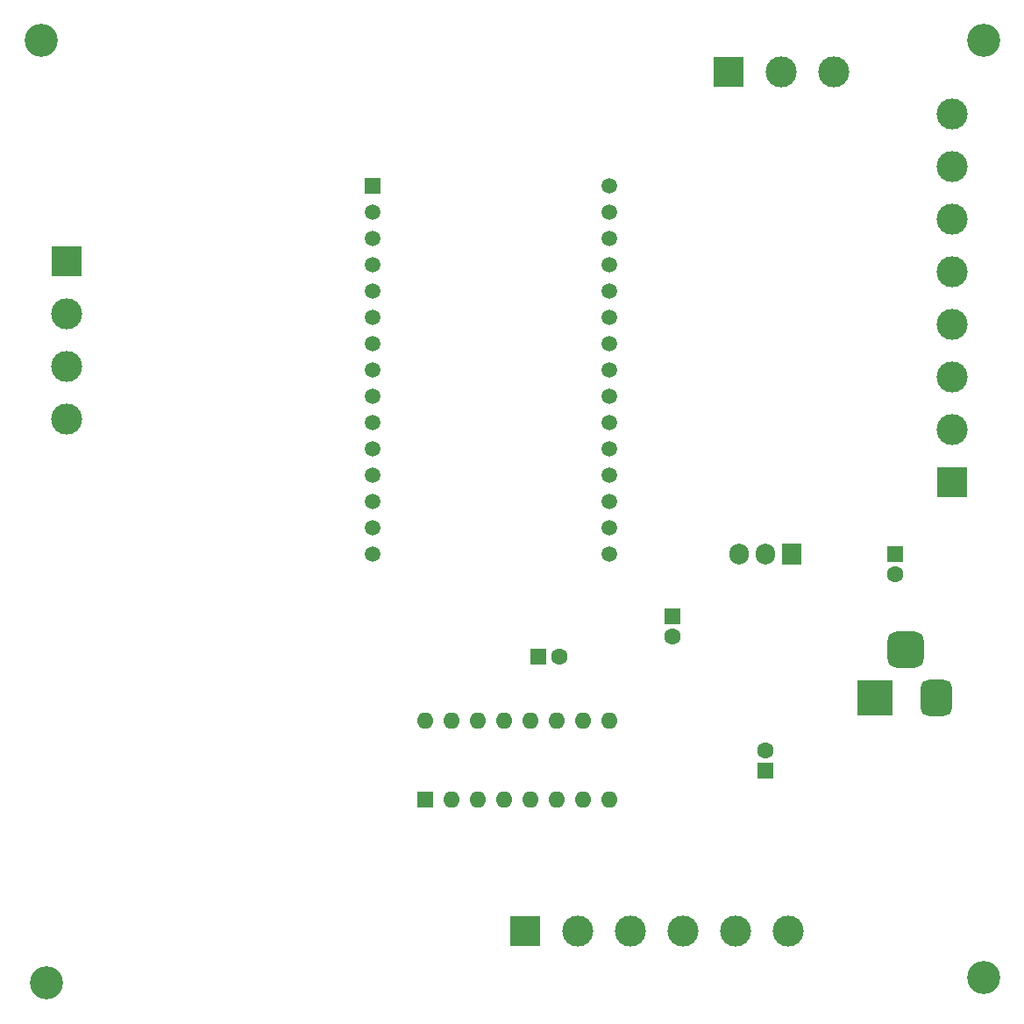
<source format=gbr>
%TF.GenerationSoftware,KiCad,Pcbnew,8.0.8*%
%TF.CreationDate,2025-03-03T11:51:37-05:00*%
%TF.ProjectId,PCB Andres Ortiz,50434220-416e-4647-9265-73204f727469,rev?*%
%TF.SameCoordinates,Original*%
%TF.FileFunction,Soldermask,Top*%
%TF.FilePolarity,Negative*%
%FSLAX46Y46*%
G04 Gerber Fmt 4.6, Leading zero omitted, Abs format (unit mm)*
G04 Created by KiCad (PCBNEW 8.0.8) date 2025-03-03 11:51:37*
%MOMM*%
%LPD*%
G01*
G04 APERTURE LIST*
G04 Aperture macros list*
%AMRoundRect*
0 Rectangle with rounded corners*
0 $1 Rounding radius*
0 $2 $3 $4 $5 $6 $7 $8 $9 X,Y pos of 4 corners*
0 Add a 4 corners polygon primitive as box body*
4,1,4,$2,$3,$4,$5,$6,$7,$8,$9,$2,$3,0*
0 Add four circle primitives for the rounded corners*
1,1,$1+$1,$2,$3*
1,1,$1+$1,$4,$5*
1,1,$1+$1,$6,$7*
1,1,$1+$1,$8,$9*
0 Add four rect primitives between the rounded corners*
20,1,$1+$1,$2,$3,$4,$5,0*
20,1,$1+$1,$4,$5,$6,$7,0*
20,1,$1+$1,$6,$7,$8,$9,0*
20,1,$1+$1,$8,$9,$2,$3,0*%
G04 Aperture macros list end*
%ADD10R,3.000000X3.000000*%
%ADD11C,3.000000*%
%ADD12R,3.500000X3.500000*%
%ADD13RoundRect,0.750000X0.750000X1.000000X-0.750000X1.000000X-0.750000X-1.000000X0.750000X-1.000000X0*%
%ADD14RoundRect,0.875000X0.875000X0.875000X-0.875000X0.875000X-0.875000X-0.875000X0.875000X-0.875000X0*%
%ADD15R,1.600000X1.600000*%
%ADD16C,1.600000*%
%ADD17C,3.200000*%
%ADD18R,1.500000X1.500000*%
%ADD19C,1.500000*%
%ADD20O,1.600000X1.600000*%
%ADD21R,1.905000X2.000000*%
%ADD22O,1.905000X2.000000*%
G04 APERTURE END LIST*
D10*
%TO.C,J6*%
X170420000Y-48000000D03*
D11*
X175500000Y-48000000D03*
X180580000Y-48000000D03*
%TD*%
D12*
%TO.C,J5*%
X184500000Y-108500000D03*
D13*
X190500000Y-108500000D03*
D14*
X187500000Y-103800000D03*
%TD*%
D10*
%TO.C,J2*%
X192000000Y-87660000D03*
D11*
X192000000Y-82580000D03*
X192000000Y-77500000D03*
X192000000Y-72420000D03*
X192000000Y-67340000D03*
X192000000Y-62260000D03*
X192000000Y-57180000D03*
X192000000Y-52100000D03*
%TD*%
D15*
%TO.C,C4*%
X165000000Y-100544888D03*
D16*
X165000000Y-102544888D03*
%TD*%
D10*
%TO.C,J4*%
X106500000Y-66260000D03*
D11*
X106500000Y-71340000D03*
X106500000Y-76420000D03*
X106500000Y-81500000D03*
%TD*%
D17*
%TO.C,*%
X195000000Y-45000000D03*
%TD*%
%TO.C,*%
X195000000Y-135500000D03*
%TD*%
%TO.C,*%
X104000000Y-45000000D03*
%TD*%
%TO.C,*%
X104500000Y-136000000D03*
%TD*%
D15*
%TO.C,C1*%
X174000000Y-115500000D03*
D16*
X174000000Y-113500000D03*
%TD*%
D15*
%TO.C,C2*%
X152044888Y-104500000D03*
D16*
X154044888Y-104500000D03*
%TD*%
D18*
%TO.C,U1*%
X136070000Y-59005000D03*
D19*
X136070000Y-61545000D03*
X136070000Y-64085000D03*
X136070000Y-66625000D03*
X136070000Y-69165000D03*
X136070000Y-71705000D03*
X136070000Y-74245000D03*
X136070000Y-76785000D03*
X136070000Y-79325000D03*
X136070000Y-81865000D03*
X136070000Y-84405000D03*
X136070000Y-86945000D03*
X136070000Y-89485000D03*
X136070000Y-92025000D03*
X136070000Y-94565000D03*
X158930000Y-94565000D03*
X158930000Y-92025000D03*
X158930000Y-89485000D03*
X158930000Y-86945000D03*
X158930000Y-84405000D03*
X158930000Y-81865000D03*
X158930000Y-79325000D03*
X158930000Y-76785000D03*
X158930000Y-74245000D03*
X158930000Y-71705000D03*
X158930000Y-69165000D03*
X158930000Y-66625000D03*
X158930000Y-64085000D03*
X158930000Y-61545000D03*
X158930000Y-59005000D03*
%TD*%
D10*
%TO.C,J3*%
X150800000Y-131000000D03*
D11*
X155880000Y-131000000D03*
X160960000Y-131000000D03*
X166040000Y-131000000D03*
X171120000Y-131000000D03*
X176200000Y-131000000D03*
%TD*%
D15*
%TO.C,C3*%
X186500000Y-94544888D03*
D16*
X186500000Y-96544888D03*
%TD*%
D15*
%TO.C,U2*%
X141125000Y-118300000D03*
D20*
X143665000Y-118300000D03*
X146205000Y-118300000D03*
X148745000Y-118300000D03*
X151285000Y-118300000D03*
X153825000Y-118300000D03*
X156365000Y-118300000D03*
X158905000Y-118300000D03*
X158905000Y-110680000D03*
X156365000Y-110680000D03*
X153825000Y-110680000D03*
X151285000Y-110680000D03*
X148745000Y-110680000D03*
X146205000Y-110680000D03*
X143665000Y-110680000D03*
X141125000Y-110680000D03*
%TD*%
D21*
%TO.C,U3*%
X176540000Y-94555000D03*
D22*
X174000000Y-94555000D03*
X171460000Y-94555000D03*
%TD*%
M02*

</source>
